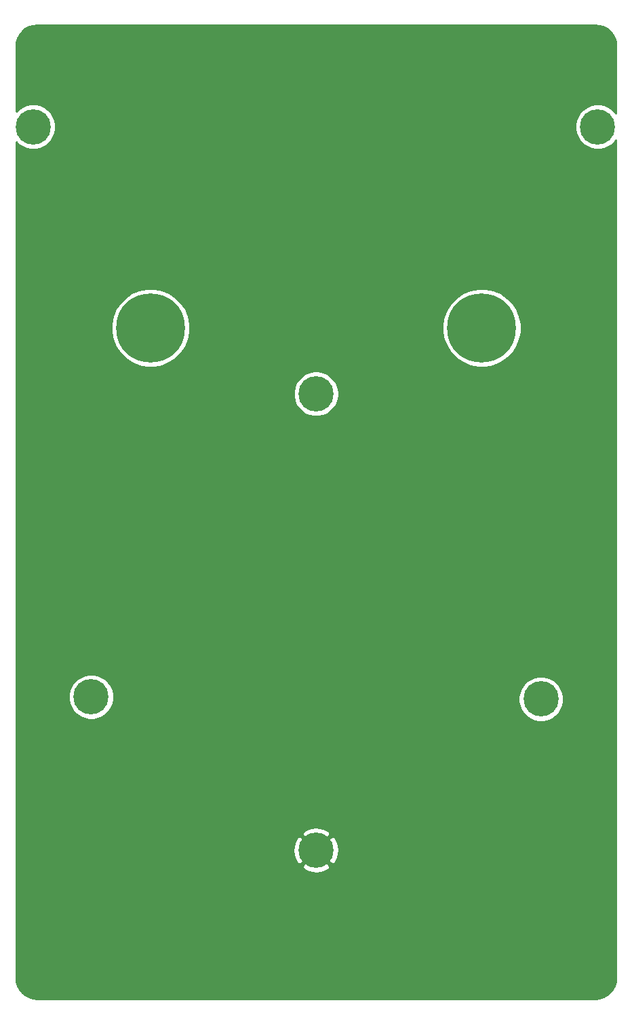
<source format=gbr>
%TF.GenerationSoftware,KiCad,Pcbnew,5.1.7-a382d34a8~88~ubuntu20.04.1*%
%TF.CreationDate,2021-03-29T23:20:07+02:00*%
%TF.ProjectId,discipad-bottom-pcb,64697363-6970-4616-942d-626f74746f6d,rev?*%
%TF.SameCoordinates,Original*%
%TF.FileFunction,Copper,L1,Top*%
%TF.FilePolarity,Positive*%
%FSLAX46Y46*%
G04 Gerber Fmt 4.6, Leading zero omitted, Abs format (unit mm)*
G04 Created by KiCad (PCBNEW 5.1.7-a382d34a8~88~ubuntu20.04.1) date 2021-03-29 23:20:07*
%MOMM*%
%LPD*%
G01*
G04 APERTURE LIST*
%TA.AperFunction,ComponentPad*%
%ADD10C,8.600000*%
%TD*%
%TA.AperFunction,ComponentPad*%
%ADD11C,4.400000*%
%TD*%
%TA.AperFunction,Conductor*%
%ADD12C,0.254000*%
%TD*%
%TA.AperFunction,Conductor*%
%ADD13C,0.150000*%
%TD*%
G04 APERTURE END LIST*
D10*
X123158765Y-53561440D03*
D11*
X143833559Y-118686673D03*
X115752543Y-99566685D03*
X171914575Y-99841686D03*
X143833559Y-61784261D03*
X179001130Y-28475773D03*
X108503031Y-28475773D03*
D10*
X164508353Y-53561440D03*
D12*
X179193363Y-15864539D02*
X179677966Y-16010848D01*
X180124913Y-16248495D01*
X180517196Y-16568434D01*
X180839865Y-16958473D01*
X181080627Y-17403753D01*
X181230316Y-17887320D01*
X181286697Y-18423755D01*
X181286697Y-26793501D01*
X181203218Y-26668566D01*
X180808337Y-26273685D01*
X180344006Y-25963429D01*
X179828069Y-25749721D01*
X179280353Y-25640773D01*
X178721907Y-25640773D01*
X178174191Y-25749721D01*
X177658254Y-25963429D01*
X177193923Y-26273685D01*
X176799042Y-26668566D01*
X176488786Y-27132897D01*
X176275078Y-27648834D01*
X176166130Y-28196550D01*
X176166130Y-28754996D01*
X176275078Y-29302712D01*
X176488786Y-29818649D01*
X176799042Y-30282980D01*
X177193923Y-30677861D01*
X177658254Y-30988117D01*
X178174191Y-31201825D01*
X178721907Y-31310773D01*
X179280353Y-31310773D01*
X179828069Y-31201825D01*
X180344006Y-30988117D01*
X180808337Y-30677861D01*
X181203218Y-30282980D01*
X181286697Y-30158045D01*
X181286698Y-134559884D01*
X181233896Y-135098402D01*
X181087587Y-135583003D01*
X180849940Y-136029952D01*
X180529998Y-136422239D01*
X180139961Y-136744905D01*
X179694682Y-136985666D01*
X179211114Y-137135356D01*
X178674679Y-137191737D01*
X109012263Y-137191737D01*
X108473756Y-137138936D01*
X107989155Y-136992627D01*
X107542206Y-136754980D01*
X107149919Y-136435038D01*
X106827253Y-136045001D01*
X106586492Y-135599722D01*
X106436802Y-135116154D01*
X106380421Y-134579719D01*
X106380421Y-120676448D01*
X142023389Y-120676448D01*
X142263535Y-121063691D01*
X142757436Y-121324314D01*
X143292692Y-121483574D01*
X143848733Y-121535351D01*
X144404191Y-121477654D01*
X144937720Y-121312701D01*
X145403583Y-121063691D01*
X145643729Y-120676448D01*
X143833559Y-118866278D01*
X142023389Y-120676448D01*
X106380421Y-120676448D01*
X106380421Y-118701847D01*
X140984881Y-118701847D01*
X141042578Y-119257305D01*
X141207531Y-119790834D01*
X141456541Y-120256697D01*
X141843784Y-120496843D01*
X143653954Y-118686673D01*
X144013164Y-118686673D01*
X145823334Y-120496843D01*
X146210577Y-120256697D01*
X146471200Y-119762796D01*
X146630460Y-119227540D01*
X146682237Y-118671499D01*
X146624540Y-118116041D01*
X146459587Y-117582512D01*
X146210577Y-117116649D01*
X145823334Y-116876503D01*
X144013164Y-118686673D01*
X143653954Y-118686673D01*
X141843784Y-116876503D01*
X141456541Y-117116649D01*
X141195918Y-117610550D01*
X141036658Y-118145806D01*
X140984881Y-118701847D01*
X106380421Y-118701847D01*
X106380421Y-116696898D01*
X142023389Y-116696898D01*
X143833559Y-118507068D01*
X145643729Y-116696898D01*
X145403583Y-116309655D01*
X144909682Y-116049032D01*
X144374426Y-115889772D01*
X143818385Y-115837995D01*
X143262927Y-115895692D01*
X142729398Y-116060645D01*
X142263535Y-116309655D01*
X142023389Y-116696898D01*
X106380421Y-116696898D01*
X106380421Y-99287462D01*
X112917543Y-99287462D01*
X112917543Y-99845908D01*
X113026491Y-100393624D01*
X113240199Y-100909561D01*
X113550455Y-101373892D01*
X113945336Y-101768773D01*
X114409667Y-102079029D01*
X114925604Y-102292737D01*
X115473320Y-102401685D01*
X116031766Y-102401685D01*
X116579482Y-102292737D01*
X117095419Y-102079029D01*
X117559750Y-101768773D01*
X117954631Y-101373892D01*
X118264887Y-100909561D01*
X118478595Y-100393624D01*
X118587543Y-99845908D01*
X118587543Y-99562463D01*
X169079575Y-99562463D01*
X169079575Y-100120909D01*
X169188523Y-100668625D01*
X169402231Y-101184562D01*
X169712487Y-101648893D01*
X170107368Y-102043774D01*
X170571699Y-102354030D01*
X171087636Y-102567738D01*
X171635352Y-102676686D01*
X172193798Y-102676686D01*
X172741514Y-102567738D01*
X173257451Y-102354030D01*
X173721782Y-102043774D01*
X174116663Y-101648893D01*
X174426919Y-101184562D01*
X174640627Y-100668625D01*
X174749575Y-100120909D01*
X174749575Y-99562463D01*
X174640627Y-99014747D01*
X174426919Y-98498810D01*
X174116663Y-98034479D01*
X173721782Y-97639598D01*
X173257451Y-97329342D01*
X172741514Y-97115634D01*
X172193798Y-97006686D01*
X171635352Y-97006686D01*
X171087636Y-97115634D01*
X170571699Y-97329342D01*
X170107368Y-97639598D01*
X169712487Y-98034479D01*
X169402231Y-98498810D01*
X169188523Y-99014747D01*
X169079575Y-99562463D01*
X118587543Y-99562463D01*
X118587543Y-99287462D01*
X118478595Y-98739746D01*
X118264887Y-98223809D01*
X117954631Y-97759478D01*
X117559750Y-97364597D01*
X117095419Y-97054341D01*
X116579482Y-96840633D01*
X116031766Y-96731685D01*
X115473320Y-96731685D01*
X114925604Y-96840633D01*
X114409667Y-97054341D01*
X113945336Y-97364597D01*
X113550455Y-97759478D01*
X113240199Y-98223809D01*
X113026491Y-98739746D01*
X112917543Y-99287462D01*
X106380421Y-99287462D01*
X106380421Y-61505038D01*
X140998559Y-61505038D01*
X140998559Y-62063484D01*
X141107507Y-62611200D01*
X141321215Y-63127137D01*
X141631471Y-63591468D01*
X142026352Y-63986349D01*
X142490683Y-64296605D01*
X143006620Y-64510313D01*
X143554336Y-64619261D01*
X144112782Y-64619261D01*
X144660498Y-64510313D01*
X145176435Y-64296605D01*
X145640766Y-63986349D01*
X146035647Y-63591468D01*
X146345903Y-63127137D01*
X146559611Y-62611200D01*
X146668559Y-62063484D01*
X146668559Y-61505038D01*
X146559611Y-60957322D01*
X146345903Y-60441385D01*
X146035647Y-59977054D01*
X145640766Y-59582173D01*
X145176435Y-59271917D01*
X144660498Y-59058209D01*
X144112782Y-58949261D01*
X143554336Y-58949261D01*
X143006620Y-59058209D01*
X142490683Y-59271917D01*
X142026352Y-59582173D01*
X141631471Y-59977054D01*
X141321215Y-60441385D01*
X141107507Y-60957322D01*
X140998559Y-61505038D01*
X106380421Y-61505038D01*
X106380421Y-53075385D01*
X118223765Y-53075385D01*
X118223765Y-54047495D01*
X118413415Y-55000926D01*
X118785425Y-55899039D01*
X119325500Y-56707319D01*
X120012886Y-57394705D01*
X120821166Y-57934780D01*
X121719279Y-58306790D01*
X122672710Y-58496440D01*
X123644820Y-58496440D01*
X124598251Y-58306790D01*
X125496364Y-57934780D01*
X126304644Y-57394705D01*
X126992030Y-56707319D01*
X127532105Y-55899039D01*
X127904115Y-55000926D01*
X128093765Y-54047495D01*
X128093765Y-53075385D01*
X159573353Y-53075385D01*
X159573353Y-54047495D01*
X159763003Y-55000926D01*
X160135013Y-55899039D01*
X160675088Y-56707319D01*
X161362474Y-57394705D01*
X162170754Y-57934780D01*
X163068867Y-58306790D01*
X164022298Y-58496440D01*
X164994408Y-58496440D01*
X165947839Y-58306790D01*
X166845952Y-57934780D01*
X167654232Y-57394705D01*
X168341618Y-56707319D01*
X168881693Y-55899039D01*
X169253703Y-55000926D01*
X169443353Y-54047495D01*
X169443353Y-53075385D01*
X169253703Y-52121954D01*
X168881693Y-51223841D01*
X168341618Y-50415561D01*
X167654232Y-49728175D01*
X166845952Y-49188100D01*
X165947839Y-48816090D01*
X164994408Y-48626440D01*
X164022298Y-48626440D01*
X163068867Y-48816090D01*
X162170754Y-49188100D01*
X161362474Y-49728175D01*
X160675088Y-50415561D01*
X160135013Y-51223841D01*
X159763003Y-52121954D01*
X159573353Y-53075385D01*
X128093765Y-53075385D01*
X127904115Y-52121954D01*
X127532105Y-51223841D01*
X126992030Y-50415561D01*
X126304644Y-49728175D01*
X125496364Y-49188100D01*
X124598251Y-48816090D01*
X123644820Y-48626440D01*
X122672710Y-48626440D01*
X121719279Y-48816090D01*
X120821166Y-49188100D01*
X120012886Y-49728175D01*
X119325500Y-50415561D01*
X118785425Y-51223841D01*
X118413415Y-52121954D01*
X118223765Y-53075385D01*
X106380421Y-53075385D01*
X106380421Y-30362458D01*
X106695824Y-30677861D01*
X107160155Y-30988117D01*
X107676092Y-31201825D01*
X108223808Y-31310773D01*
X108782254Y-31310773D01*
X109329970Y-31201825D01*
X109845907Y-30988117D01*
X110310238Y-30677861D01*
X110705119Y-30282980D01*
X111015375Y-29818649D01*
X111229083Y-29302712D01*
X111338031Y-28754996D01*
X111338031Y-28196550D01*
X111229083Y-27648834D01*
X111015375Y-27132897D01*
X110705119Y-26668566D01*
X110310238Y-26273685D01*
X109845907Y-25963429D01*
X109329970Y-25749721D01*
X108782254Y-25640773D01*
X108223808Y-25640773D01*
X107676092Y-25749721D01*
X107160155Y-25963429D01*
X106695824Y-26273685D01*
X106380421Y-26589088D01*
X106380421Y-18443580D01*
X106433223Y-17905071D01*
X106579532Y-17420468D01*
X106817179Y-16973521D01*
X107137118Y-16581238D01*
X107527157Y-16258569D01*
X107972437Y-16017807D01*
X108456004Y-15868118D01*
X108992439Y-15811737D01*
X178654854Y-15811737D01*
X179193363Y-15864539D01*
%TA.AperFunction,Conductor*%
D13*
G36*
X179193363Y-15864539D02*
G01*
X179677966Y-16010848D01*
X180124913Y-16248495D01*
X180517196Y-16568434D01*
X180839865Y-16958473D01*
X181080627Y-17403753D01*
X181230316Y-17887320D01*
X181286697Y-18423755D01*
X181286697Y-26793501D01*
X181203218Y-26668566D01*
X180808337Y-26273685D01*
X180344006Y-25963429D01*
X179828069Y-25749721D01*
X179280353Y-25640773D01*
X178721907Y-25640773D01*
X178174191Y-25749721D01*
X177658254Y-25963429D01*
X177193923Y-26273685D01*
X176799042Y-26668566D01*
X176488786Y-27132897D01*
X176275078Y-27648834D01*
X176166130Y-28196550D01*
X176166130Y-28754996D01*
X176275078Y-29302712D01*
X176488786Y-29818649D01*
X176799042Y-30282980D01*
X177193923Y-30677861D01*
X177658254Y-30988117D01*
X178174191Y-31201825D01*
X178721907Y-31310773D01*
X179280353Y-31310773D01*
X179828069Y-31201825D01*
X180344006Y-30988117D01*
X180808337Y-30677861D01*
X181203218Y-30282980D01*
X181286697Y-30158045D01*
X181286698Y-134559884D01*
X181233896Y-135098402D01*
X181087587Y-135583003D01*
X180849940Y-136029952D01*
X180529998Y-136422239D01*
X180139961Y-136744905D01*
X179694682Y-136985666D01*
X179211114Y-137135356D01*
X178674679Y-137191737D01*
X109012263Y-137191737D01*
X108473756Y-137138936D01*
X107989155Y-136992627D01*
X107542206Y-136754980D01*
X107149919Y-136435038D01*
X106827253Y-136045001D01*
X106586492Y-135599722D01*
X106436802Y-135116154D01*
X106380421Y-134579719D01*
X106380421Y-120676448D01*
X142023389Y-120676448D01*
X142263535Y-121063691D01*
X142757436Y-121324314D01*
X143292692Y-121483574D01*
X143848733Y-121535351D01*
X144404191Y-121477654D01*
X144937720Y-121312701D01*
X145403583Y-121063691D01*
X145643729Y-120676448D01*
X143833559Y-118866278D01*
X142023389Y-120676448D01*
X106380421Y-120676448D01*
X106380421Y-118701847D01*
X140984881Y-118701847D01*
X141042578Y-119257305D01*
X141207531Y-119790834D01*
X141456541Y-120256697D01*
X141843784Y-120496843D01*
X143653954Y-118686673D01*
X144013164Y-118686673D01*
X145823334Y-120496843D01*
X146210577Y-120256697D01*
X146471200Y-119762796D01*
X146630460Y-119227540D01*
X146682237Y-118671499D01*
X146624540Y-118116041D01*
X146459587Y-117582512D01*
X146210577Y-117116649D01*
X145823334Y-116876503D01*
X144013164Y-118686673D01*
X143653954Y-118686673D01*
X141843784Y-116876503D01*
X141456541Y-117116649D01*
X141195918Y-117610550D01*
X141036658Y-118145806D01*
X140984881Y-118701847D01*
X106380421Y-118701847D01*
X106380421Y-116696898D01*
X142023389Y-116696898D01*
X143833559Y-118507068D01*
X145643729Y-116696898D01*
X145403583Y-116309655D01*
X144909682Y-116049032D01*
X144374426Y-115889772D01*
X143818385Y-115837995D01*
X143262927Y-115895692D01*
X142729398Y-116060645D01*
X142263535Y-116309655D01*
X142023389Y-116696898D01*
X106380421Y-116696898D01*
X106380421Y-99287462D01*
X112917543Y-99287462D01*
X112917543Y-99845908D01*
X113026491Y-100393624D01*
X113240199Y-100909561D01*
X113550455Y-101373892D01*
X113945336Y-101768773D01*
X114409667Y-102079029D01*
X114925604Y-102292737D01*
X115473320Y-102401685D01*
X116031766Y-102401685D01*
X116579482Y-102292737D01*
X117095419Y-102079029D01*
X117559750Y-101768773D01*
X117954631Y-101373892D01*
X118264887Y-100909561D01*
X118478595Y-100393624D01*
X118587543Y-99845908D01*
X118587543Y-99562463D01*
X169079575Y-99562463D01*
X169079575Y-100120909D01*
X169188523Y-100668625D01*
X169402231Y-101184562D01*
X169712487Y-101648893D01*
X170107368Y-102043774D01*
X170571699Y-102354030D01*
X171087636Y-102567738D01*
X171635352Y-102676686D01*
X172193798Y-102676686D01*
X172741514Y-102567738D01*
X173257451Y-102354030D01*
X173721782Y-102043774D01*
X174116663Y-101648893D01*
X174426919Y-101184562D01*
X174640627Y-100668625D01*
X174749575Y-100120909D01*
X174749575Y-99562463D01*
X174640627Y-99014747D01*
X174426919Y-98498810D01*
X174116663Y-98034479D01*
X173721782Y-97639598D01*
X173257451Y-97329342D01*
X172741514Y-97115634D01*
X172193798Y-97006686D01*
X171635352Y-97006686D01*
X171087636Y-97115634D01*
X170571699Y-97329342D01*
X170107368Y-97639598D01*
X169712487Y-98034479D01*
X169402231Y-98498810D01*
X169188523Y-99014747D01*
X169079575Y-99562463D01*
X118587543Y-99562463D01*
X118587543Y-99287462D01*
X118478595Y-98739746D01*
X118264887Y-98223809D01*
X117954631Y-97759478D01*
X117559750Y-97364597D01*
X117095419Y-97054341D01*
X116579482Y-96840633D01*
X116031766Y-96731685D01*
X115473320Y-96731685D01*
X114925604Y-96840633D01*
X114409667Y-97054341D01*
X113945336Y-97364597D01*
X113550455Y-97759478D01*
X113240199Y-98223809D01*
X113026491Y-98739746D01*
X112917543Y-99287462D01*
X106380421Y-99287462D01*
X106380421Y-61505038D01*
X140998559Y-61505038D01*
X140998559Y-62063484D01*
X141107507Y-62611200D01*
X141321215Y-63127137D01*
X141631471Y-63591468D01*
X142026352Y-63986349D01*
X142490683Y-64296605D01*
X143006620Y-64510313D01*
X143554336Y-64619261D01*
X144112782Y-64619261D01*
X144660498Y-64510313D01*
X145176435Y-64296605D01*
X145640766Y-63986349D01*
X146035647Y-63591468D01*
X146345903Y-63127137D01*
X146559611Y-62611200D01*
X146668559Y-62063484D01*
X146668559Y-61505038D01*
X146559611Y-60957322D01*
X146345903Y-60441385D01*
X146035647Y-59977054D01*
X145640766Y-59582173D01*
X145176435Y-59271917D01*
X144660498Y-59058209D01*
X144112782Y-58949261D01*
X143554336Y-58949261D01*
X143006620Y-59058209D01*
X142490683Y-59271917D01*
X142026352Y-59582173D01*
X141631471Y-59977054D01*
X141321215Y-60441385D01*
X141107507Y-60957322D01*
X140998559Y-61505038D01*
X106380421Y-61505038D01*
X106380421Y-53075385D01*
X118223765Y-53075385D01*
X118223765Y-54047495D01*
X118413415Y-55000926D01*
X118785425Y-55899039D01*
X119325500Y-56707319D01*
X120012886Y-57394705D01*
X120821166Y-57934780D01*
X121719279Y-58306790D01*
X122672710Y-58496440D01*
X123644820Y-58496440D01*
X124598251Y-58306790D01*
X125496364Y-57934780D01*
X126304644Y-57394705D01*
X126992030Y-56707319D01*
X127532105Y-55899039D01*
X127904115Y-55000926D01*
X128093765Y-54047495D01*
X128093765Y-53075385D01*
X159573353Y-53075385D01*
X159573353Y-54047495D01*
X159763003Y-55000926D01*
X160135013Y-55899039D01*
X160675088Y-56707319D01*
X161362474Y-57394705D01*
X162170754Y-57934780D01*
X163068867Y-58306790D01*
X164022298Y-58496440D01*
X164994408Y-58496440D01*
X165947839Y-58306790D01*
X166845952Y-57934780D01*
X167654232Y-57394705D01*
X168341618Y-56707319D01*
X168881693Y-55899039D01*
X169253703Y-55000926D01*
X169443353Y-54047495D01*
X169443353Y-53075385D01*
X169253703Y-52121954D01*
X168881693Y-51223841D01*
X168341618Y-50415561D01*
X167654232Y-49728175D01*
X166845952Y-49188100D01*
X165947839Y-48816090D01*
X164994408Y-48626440D01*
X164022298Y-48626440D01*
X163068867Y-48816090D01*
X162170754Y-49188100D01*
X161362474Y-49728175D01*
X160675088Y-50415561D01*
X160135013Y-51223841D01*
X159763003Y-52121954D01*
X159573353Y-53075385D01*
X128093765Y-53075385D01*
X127904115Y-52121954D01*
X127532105Y-51223841D01*
X126992030Y-50415561D01*
X126304644Y-49728175D01*
X125496364Y-49188100D01*
X124598251Y-48816090D01*
X123644820Y-48626440D01*
X122672710Y-48626440D01*
X121719279Y-48816090D01*
X120821166Y-49188100D01*
X120012886Y-49728175D01*
X119325500Y-50415561D01*
X118785425Y-51223841D01*
X118413415Y-52121954D01*
X118223765Y-53075385D01*
X106380421Y-53075385D01*
X106380421Y-30362458D01*
X106695824Y-30677861D01*
X107160155Y-30988117D01*
X107676092Y-31201825D01*
X108223808Y-31310773D01*
X108782254Y-31310773D01*
X109329970Y-31201825D01*
X109845907Y-30988117D01*
X110310238Y-30677861D01*
X110705119Y-30282980D01*
X111015375Y-29818649D01*
X111229083Y-29302712D01*
X111338031Y-28754996D01*
X111338031Y-28196550D01*
X111229083Y-27648834D01*
X111015375Y-27132897D01*
X110705119Y-26668566D01*
X110310238Y-26273685D01*
X109845907Y-25963429D01*
X109329970Y-25749721D01*
X108782254Y-25640773D01*
X108223808Y-25640773D01*
X107676092Y-25749721D01*
X107160155Y-25963429D01*
X106695824Y-26273685D01*
X106380421Y-26589088D01*
X106380421Y-18443580D01*
X106433223Y-17905071D01*
X106579532Y-17420468D01*
X106817179Y-16973521D01*
X107137118Y-16581238D01*
X107527157Y-16258569D01*
X107972437Y-16017807D01*
X108456004Y-15868118D01*
X108992439Y-15811737D01*
X178654854Y-15811737D01*
X179193363Y-15864539D01*
G37*
%TD.AperFunction*%
M02*

</source>
